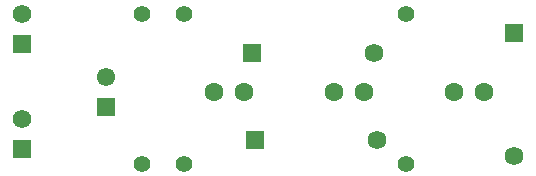
<source format=gtl>
G04*
G04 #@! TF.GenerationSoftware,Altium Limited,Altium Designer,22.7.1 (60)*
G04*
G04 Layer_Physical_Order=1*
G04 Layer_Color=255*
%FSLAX44Y44*%
%MOMM*%
G71*
G04*
G04 #@! TF.SameCoordinates,BB791E64-C305-444D-A552-B41D82B215A1*
G04*
G04*
G04 #@! TF.FilePolarity,Positive*
G04*
G01*
G75*
%ADD17C,1.5700*%
%ADD18R,1.5700X1.5700*%
%ADD23C,0.6350*%
%ADD24R,1.5500X1.5500*%
%ADD25C,1.5500*%
%ADD26C,1.4000*%
%ADD27R,1.5900X1.5900*%
%ADD28C,1.5900*%
%ADD29R,1.5900X1.5900*%
%ADD30C,1.6000*%
D17*
X111760Y50800D02*
D03*
Y139700D02*
D03*
D18*
Y25400D02*
D03*
Y114300D02*
D03*
D23*
X474909Y73660D02*
X477520D01*
D24*
X182880Y60960D02*
D03*
D25*
Y86360D02*
D03*
D26*
X213360Y12700D02*
D03*
Y139700D02*
D03*
X436880Y12700D02*
D03*
Y139700D02*
D03*
X248920D02*
D03*
Y12700D02*
D03*
D27*
X306340Y106680D02*
D03*
X308880Y33020D02*
D03*
D28*
X409940Y106680D02*
D03*
X412480Y33020D02*
D03*
X528320Y19320D02*
D03*
D29*
Y122920D02*
D03*
D30*
X477520Y73660D02*
D03*
X502920D02*
D03*
X401320D02*
D03*
X375920D02*
D03*
X274320D02*
D03*
X299720D02*
D03*
M02*

</source>
